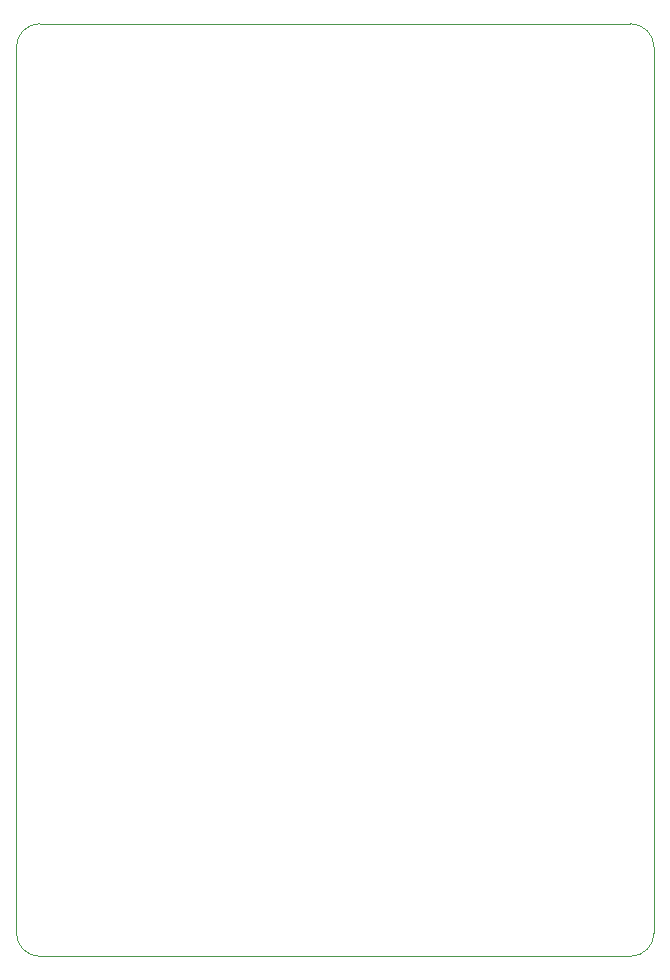
<source format=gbr>
G04 #@! TF.GenerationSoftware,KiCad,Pcbnew,5.1.10-88a1d61d58~90~ubuntu20.04.1*
G04 #@! TF.CreationDate,2021-09-03T02:40:30-04:00*
G04 #@! TF.ProjectId,charliepad,63686172-6c69-4657-9061-642e6b696361,rev?*
G04 #@! TF.SameCoordinates,Original*
G04 #@! TF.FileFunction,Profile,NP*
%FSLAX46Y46*%
G04 Gerber Fmt 4.6, Leading zero omitted, Abs format (unit mm)*
G04 Created by KiCad (PCBNEW 5.1.10-88a1d61d58~90~ubuntu20.04.1) date 2021-09-03 02:40:30*
%MOMM*%
%LPD*%
G01*
G04 APERTURE LIST*
G04 #@! TA.AperFunction,Profile*
%ADD10C,0.050000*%
G04 #@! TD*
G04 APERTURE END LIST*
D10*
X56540400Y-89230200D02*
X54300000Y-89230200D01*
X104299000Y-89230200D02*
X56540400Y-89230200D01*
X52300000Y-91230200D02*
G75*
G02*
X54300000Y-89230200I2000000J0D01*
G01*
X104299000Y-89230200D02*
G75*
G02*
X106299000Y-91230200I0J-2000000D01*
G01*
X106300000Y-166200000D02*
G75*
G02*
X104300000Y-168200000I-2000000J0D01*
G01*
X54300000Y-168200000D02*
G75*
G02*
X52300000Y-166200000I0J2000000D01*
G01*
X106300000Y-166200000D02*
X106299000Y-91230200D01*
X54300000Y-168200000D02*
X104300000Y-168200000D01*
X52300000Y-166200000D02*
X52300000Y-91230200D01*
M02*

</source>
